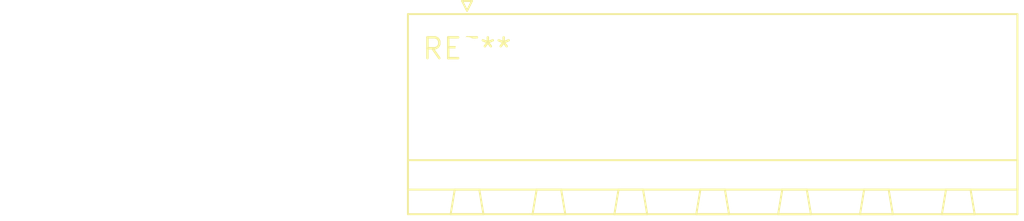
<source format=kicad_pcb>
(kicad_pcb (version 20240108) (generator pcbnew)
  (layers (0 "F.Cu" signal) (31 "B.Cu" signal) (34 "B.Paste" user) (35 "F.Paste" user) (36 "B.SilkS" user "B.Silkscreen") (37 "F.SilkS" user "F.Silkscreen") (38 "B.Mask" user) (39 "F.Mask" user) (44 "Edge.Cuts" user))
  (net 0 "")
  (footprint "PhoenixContact_MSTBA_2,5_7-G_1x07_P5.00mm_Horizontal" (layer "F.Cu") (at 0 0)
    (property "Reference" "REF**")
    (property "Value" "PhoenixContact_MSTBA_2,5_7-G_1x07_P5.00mm_Horizontal")
    (fp_line (start -3.61 -2.11) (end -3.61 10.11) (layer "F.SilkS") (stroke (width 0.12)))
    (fp_line (start -3.61 6.81) (end 33.61 6.81) (layer "F.SilkS") (stroke (width 0.12)))
    (fp_line (start -3.61 8.61) (end -3.61 6.81) (layer "F.SilkS") (stroke (width 0.12)))
    (fp_line (start -3.61 10.11) (end 33.61 10.11) (layer "F.SilkS") (stroke (width 0.12)))
    (fp_line (start -1 10.11) (end 1 10.11) (layer "F.SilkS") (stroke (width 0.12)))
    (fp_line (start -0.75 8.61) (end -1 10.11) (layer "F.SilkS") (stroke (width 0.12)))
    (fp_line (start -0.3 -2.91) (end 0.3 -2.91) (layer "F.SilkS") (stroke (width 0.12)))
    (fp_line (start 0 -2.31) (end -0.3 -2.91) (layer "F.SilkS") (stroke (width 0.12)))
    (fp_line (start 0.3 -2.91) (end 0 -2.31) (layer "F.SilkS") (stroke (width 0.12)))
    (fp_line (start 0.75 8.61) (end -0.75 8.61) (layer "F.SilkS") (stroke (width 0.12)))
    (fp_line (start 1 10.11) (end 0.75 8.61) (layer "F.SilkS") (stroke (width 0.12)))
    (fp_line (start 4 10.11) (end 6 10.11) (layer "F.SilkS") (stroke (width 0.12)))
    (fp_line (start 4.25 8.61) (end 4 10.11) (layer "F.SilkS") (stroke (width 0.12)))
    (fp_line (start 5.75 8.61) (end 4.25 8.61) (layer "F.SilkS") (stroke (width 0.12)))
    (fp_line (start 6 10.11) (end 5.75 8.61) (layer "F.SilkS") (stroke (width 0.12)))
    (fp_line (start 9 10.11) (end 11 10.11) (layer "F.SilkS") (stroke (width 0.12)))
    (fp_line (start 9.25 8.61) (end 9 10.11) (layer "F.SilkS") (stroke (width 0.12)))
    (fp_line (start 10.75 8.61) (end 9.25 8.61) (layer "F.SilkS") (stroke (width 0.12)))
    (fp_line (start 11 10.11) (end 10.75 8.61) (layer "F.SilkS") (stroke (width 0.12)))
    (fp_line (start 14 10.11) (end 16 10.11) (layer "F.SilkS") (stroke (width 0.12)))
    (fp_line (start 14.25 8.61) (end 14 10.11) (layer "F.SilkS") (stroke (width 0.12)))
    (fp_line (start 15.75 8.61) (end 14.25 8.61) (layer "F.SilkS") (stroke (width 0.12)))
    (fp_line (start 16 10.11) (end 15.75 8.61) (layer "F.SilkS") (stroke (width 0.12)))
    (fp_line (start 19 10.11) (end 21 10.11) (layer "F.SilkS") (stroke (width 0.12)))
    (fp_line (start 19.25 8.61) (end 19 10.11) (layer "F.SilkS") (stroke (width 0.12)))
    (fp_line (start 20.75 8.61) (end 19.25 8.61) (layer "F.SilkS") (stroke (width 0.12)))
    (fp_line (start 21 10.11) (end 20.75 8.61) (layer "F.SilkS") (stroke (width 0.12)))
    (fp_line (start 24 10.11) (end 26 10.11) (layer "F.SilkS") (stroke (width 0.12)))
    (fp_line (start 24.25 8.61) (end 24 10.11) (layer "F.SilkS") (stroke (width 0.12)))
    (fp_line (start 25.75 8.61) (end 24.25 8.61) (layer "F.SilkS") (stroke (width 0.12)))
    (fp_line (start 26 10.11) (end 25.75 8.61) (layer "F.SilkS") (stroke (width 0.12)))
    (fp_line (start 29 10.11) (end 31 10.11) (layer "F.SilkS") (stroke (width 0.12)))
    (fp_line (start 29.25 8.61) (end 29 10.11) (layer "F.SilkS") (stroke (width 0.12)))
    (fp_line (start 30.75 8.61) (end 29.25 8.61) (layer "F.SilkS") (stroke (width 0.12)))
    (fp_line (start 31 10.11) (end 30.75 8.61) (layer "F.SilkS") (stroke (width 0.12)))
    (fp_line (start 33.61 -2.11) (end -3.61 -2.11) (layer "F.SilkS") (stroke (width 0.12)))
    (fp_line (start 33.61 6.81) (end 33.61 8.61) (layer "F.SilkS") (stroke (width 0.12)))
    (fp_line (start 33.61 8.61) (end -3.61 8.61) (layer "F.SilkS") (stroke (width 0.12)))
    (fp_line (start 33.61 10.11) (end 33.61 -2.11) (layer "F.SilkS") (stroke (width 0.12)))
    (pad "1" thru_hole roundrect (at 0 0) (size 2 3.6) (drill 1.4) (layers *.Cu *.Mask) (remove_unused_layers) (roundrect_rratio 0.125))
    (pad "2" thru_hole oval (at 5 0) (size 2 3.6) (drill 1.4) (layers *.Cu *.Mask) (remove_unused_layers))
    (pad "3" thru_hole oval (at 10 0) (size 2 3.6) (drill 1.4) (layers *.Cu *.Mask) (remove_unused_layers))
    (pad "4" thru_hole oval (at 15 0) (size 2 3.6) (drill 1.4) (layers *.Cu *.Mask) (remove_unused_layers))
    (pad "5" thru_hole oval (at 20 0) (size 2 3.6) (drill 1.4) (layers *.Cu *.Mask) (remove_unused_layers))
    (pad "6" thru_hole oval (at 25 0) (size 2 3.6) (drill 1.4) (layers *.Cu *.Mask) (remove_unused_layers))
    (pad "7" thru_hole oval (at 30 0) (size 2 3.6) (drill 1.4) (layers *.Cu *.Mask) (remove_unused_layers))
  )
)
</source>
